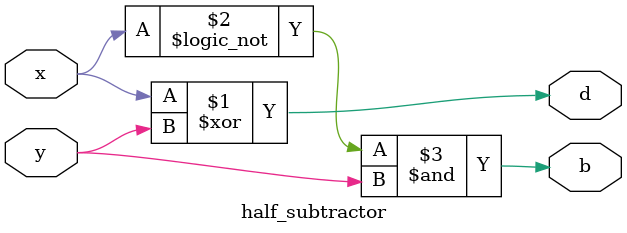
<source format=v>
module half_subtractor(d, b, x, y); //x-y

input x, y;
output d, b;

wire x1;

/* Dataflow Model */

assign d = x^y;
assign b = (!x)&y;

endmodule

/*
module testbench;

reg x, y;
wire d, b;

half_subtractor hs(d, b, x, y);

initial begin

x = 0; y = 0; 
#100 x = 0; y = 1;
#100 x = 1; y = 0; 
#100 x = 1; y = 1;


end

endmodule
*/
</source>
